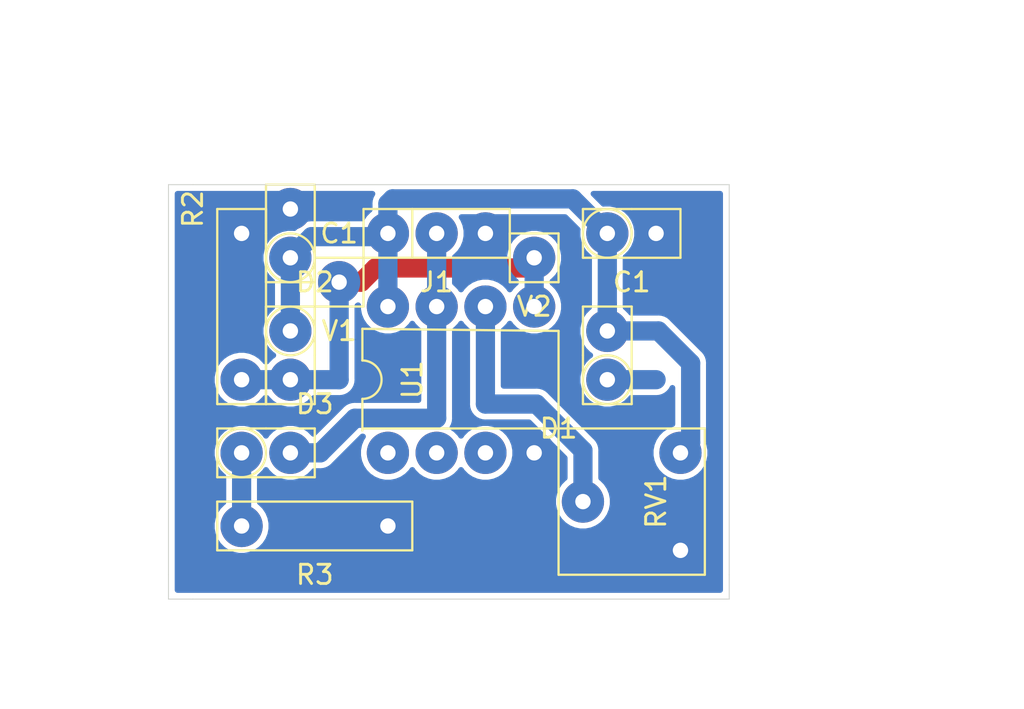
<source format=kicad_pcb>
(kicad_pcb (version 20171130) (host pcbnew "(5.1.6)-1")

  (general
    (thickness 1.6)
    (drawings 21)
    (tracks 36)
    (zones 0)
    (modules 12)
    (nets 8)
  )

  (page A4)
  (layers
    (0 F.Cu signal)
    (31 B.Cu signal)
    (32 B.Adhes user)
    (33 F.Adhes user)
    (34 B.Paste user)
    (35 F.Paste user)
    (36 B.SilkS user hide)
    (37 F.SilkS user hide)
    (38 B.Mask user)
    (39 F.Mask user)
    (40 Dwgs.User user)
    (41 Cmts.User user)
    (42 Eco1.User user)
    (43 Eco2.User user)
    (44 Edge.Cuts user)
    (45 Margin user)
    (46 B.CrtYd user)
    (47 F.CrtYd user)
    (48 B.Fab user hide)
    (49 F.Fab user hide)
  )

  (setup
    (last_trace_width 0.25)
    (user_trace_width 1)
    (user_trace_width 2)
    (trace_clearance 0.2)
    (zone_clearance 0.3)
    (zone_45_only no)
    (trace_min 0.2)
    (via_size 0.8)
    (via_drill 0.4)
    (via_min_size 0.4)
    (via_min_drill 0.3)
    (uvia_size 0.3)
    (uvia_drill 0.1)
    (uvias_allowed no)
    (uvia_min_size 0.2)
    (uvia_min_drill 0.1)
    (edge_width 0.05)
    (segment_width 0.2)
    (pcb_text_width 0.3)
    (pcb_text_size 1.5 1.5)
    (mod_edge_width 0.12)
    (mod_text_size 1 1)
    (mod_text_width 0.15)
    (pad_size 1.524 1.524)
    (pad_drill 0.762)
    (pad_to_mask_clearance 0.05)
    (aux_axis_origin 0 0)
    (visible_elements 7FFFFFFF)
    (pcbplotparams
      (layerselection 0x01000_fffffffe)
      (usegerberextensions false)
      (usegerberattributes true)
      (usegerberadvancedattributes true)
      (creategerberjobfile false)
      (excludeedgelayer true)
      (linewidth 0.100000)
      (plotframeref false)
      (viasonmask false)
      (mode 1)
      (useauxorigin false)
      (hpglpennumber 1)
      (hpglpenspeed 20)
      (hpglpendiameter 15.000000)
      (psnegative false)
      (psa4output false)
      (plotreference true)
      (plotvalue true)
      (plotinvisibletext false)
      (padsonsilk false)
      (subtractmaskfromsilk false)
      (outputformat 1)
      (mirror false)
      (drillshape 0)
      (scaleselection 1)
      (outputdirectory "plot/"))
  )

  (net 0 "")
  (net 1 "Net-(C1-Pad2)")
  (net 2 "Net-(C1-Pad1)")
  (net 3 "Net-(D1-Pad1)")
  (net 4 "Net-(D3-Pad2)")
  (net 5 "Net-(RV1-Pad2)")
  (net 6 "Net-(D3-Pad1)")
  (net 7 "Net-(D2-Pad2)")

  (net_class Default "This is the default net class."
    (clearance 0.2)
    (trace_width 0.25)
    (via_dia 0.8)
    (via_drill 0.4)
    (uvia_dia 0.3)
    (uvia_drill 0.1)
    (add_net "Net-(C1-Pad1)")
    (add_net "Net-(C1-Pad2)")
    (add_net "Net-(D1-Pad1)")
    (add_net "Net-(D2-Pad2)")
    (add_net "Net-(D3-Pad1)")
    (add_net "Net-(D3-Pad2)")
    (add_net "Net-(RV1-Pad2)")
  )

  (module cnc3018-PCB:myTrimPot (layer F.Cu) (tedit 6161BA4E) (tstamp 6161BC06)
    (at 24.13 -5.08 270)
    (descr "16-lead though-hole mounted DIP package, row spacing 7.62 mm (300 mils)")
    (tags "THT DIP DIL PDIP 2.54mm 7.62mm 300mil")
    (path /6161CD8F)
    (fp_text reference RV1 (at 0 -1.27 90) (layer F.SilkS)
      (effects (font (size 1 1) (thickness 0.15)))
    )
    (fp_text value 10K (at 0 0 90) (layer F.Fab)
      (effects (font (size 1 1) (thickness 0.15)))
    )
    (fp_line (start -3.81 3.81) (end -3.81 -3.81) (layer F.SilkS) (width 0.12))
    (fp_line (start 3.81 3.81) (end -3.81 3.81) (layer F.SilkS) (width 0.12))
    (fp_line (start 3.81 -3.81) (end 3.81 3.81) (layer F.SilkS) (width 0.12))
    (fp_line (start -3.81 -3.81) (end 3.81 -3.81) (layer F.SilkS) (width 0.12))
    (fp_text user %R (at 0 -1.27 90) (layer F.Fab)
      (effects (font (size 1 1) (thickness 0.15)))
    )
    (pad 1 thru_hole circle (at -2.54 -2.54 270) (size 2.2 2.2) (drill 0.8) (layers *.Cu *.Mask)
      (net 2 "Net-(C1-Pad1)"))
    (pad 2 thru_hole circle (at 0 2.54 270) (size 2.2 2.2) (drill 0.8) (layers *.Cu *.Mask)
      (net 5 "Net-(RV1-Pad2)"))
    (pad 3 thru_hole circle (at 2.54 -2.54 270) (size 2.2 2.2) (drill 0.8) (layers *.Cu *.Mask)
      (net 1 "Net-(C1-Pad2)"))
    (model ${KISYS3DMOD}/Package_DIP.3dshapes/DIP-16_W7.62mm.wrl
      (at (xyz 0 0 0))
      (scale (xyz 1 1 1))
      (rotate (xyz 0 0 0))
    )
  )

  (module cnc3018-PCB:my2pin (layer F.Cu) (tedit 612D2549) (tstamp 6161BBAB)
    (at 6.35 -17.78 90)
    (path /616D8B18)
    (fp_text reference C1 (at 1.27 2.54 180) (layer F.SilkS)
      (effects (font (size 1 1) (thickness 0.15)))
    )
    (fp_text value 100nf (at 0 2.54 180) (layer F.Fab)
      (effects (font (size 1 1) (thickness 0.15)))
    )
    (fp_line (start -1.27 -1.27) (end -1.27 1.27) (layer F.SilkS) (width 0.12))
    (fp_line (start -1.27 -1.27) (end 1.27 -1.27) (layer F.SilkS) (width 0.12))
    (fp_circle (center 0 0) (end 0 -1.27) (layer F.SilkS) (width 0.12))
    (fp_line (start -1.27 1.27) (end 3.81 1.27) (layer F.SilkS) (width 0.12))
    (fp_line (start 3.81 1.27) (end 3.81 -1.27) (layer F.SilkS) (width 0.12))
    (fp_line (start 3.81 -1.27) (end 1.27 -1.27) (layer F.SilkS) (width 0.12))
    (pad 2 thru_hole circle (at 2.54 0 90) (size 2.2 2.2) (drill 0.8) (layers *.Cu *.Mask)
      (net 1 "Net-(C1-Pad2)"))
    (pad 1 thru_hole circle (at 0 0 90) (size 2.2 2.2) (drill 0.8) (layers *.Cu *.Mask)
      (net 2 "Net-(C1-Pad1)"))
  )

  (module cnc3018-PCB:my2pin (layer F.Cu) (tedit 612D2549) (tstamp 6161BBB7)
    (at 22.86 -11.43 90)
    (path /6161AFC5)
    (fp_text reference D1 (at -2.54 -2.54 180) (layer F.SilkS)
      (effects (font (size 1 1) (thickness 0.15)))
    )
    (fp_text value "IR Emit" (at 1.27 -3.81 180) (layer F.Fab)
      (effects (font (size 1 1) (thickness 0.15)))
    )
    (fp_line (start 3.81 -1.27) (end 1.27 -1.27) (layer F.SilkS) (width 0.12))
    (fp_line (start 3.81 1.27) (end 3.81 -1.27) (layer F.SilkS) (width 0.12))
    (fp_line (start -1.27 1.27) (end 3.81 1.27) (layer F.SilkS) (width 0.12))
    (fp_circle (center 0 0) (end 0 -1.27) (layer F.SilkS) (width 0.12))
    (fp_line (start -1.27 -1.27) (end 1.27 -1.27) (layer F.SilkS) (width 0.12))
    (fp_line (start -1.27 -1.27) (end -1.27 1.27) (layer F.SilkS) (width 0.12))
    (pad 1 thru_hole circle (at 0 0 90) (size 2.2 2.2) (drill 0.8) (layers *.Cu *.Mask)
      (net 3 "Net-(D1-Pad1)"))
    (pad 2 thru_hole circle (at 2.54 0 90) (size 2.2 2.2) (drill 0.8) (layers *.Cu *.Mask)
      (net 2 "Net-(C1-Pad1)"))
  )

  (module cnc3018-PCB:my2pin (layer F.Cu) (tedit 612D2549) (tstamp 6161BBC3)
    (at 6.35 -13.97 270)
    (path /6161B5B7)
    (fp_text reference D2 (at -2.54 -1.27 180) (layer F.SilkS)
      (effects (font (size 1 1) (thickness 0.15)))
    )
    (fp_text value IR_Detect (at 1.27 -5.08 180) (layer F.Fab)
      (effects (font (size 1 1) (thickness 0.15)))
    )
    (fp_line (start 3.81 -1.27) (end 1.27 -1.27) (layer F.SilkS) (width 0.12))
    (fp_line (start 3.81 1.27) (end 3.81 -1.27) (layer F.SilkS) (width 0.12))
    (fp_line (start -1.27 1.27) (end 3.81 1.27) (layer F.SilkS) (width 0.12))
    (fp_circle (center 0 0) (end 0 -1.27) (layer F.SilkS) (width 0.12))
    (fp_line (start -1.27 -1.27) (end 1.27 -1.27) (layer F.SilkS) (width 0.12))
    (fp_line (start -1.27 -1.27) (end -1.27 1.27) (layer F.SilkS) (width 0.12))
    (pad 1 thru_hole circle (at 0 0 270) (size 2.2 2.2) (drill 0.8) (layers *.Cu *.Mask)
      (net 2 "Net-(C1-Pad1)"))
    (pad 2 thru_hole circle (at 2.54 0 270) (size 2.2 2.2) (drill 0.8) (layers *.Cu *.Mask)
      (net 7 "Net-(D2-Pad2)"))
  )

  (module cnc3018-PCB:my2pin (layer F.Cu) (tedit 612D2549) (tstamp 6161BBCF)
    (at 3.81 -7.62)
    (path /616972E4)
    (fp_text reference D3 (at 3.81 -2.54) (layer F.SilkS)
      (effects (font (size 1 1) (thickness 0.15)))
    )
    (fp_text value LED (at 1.27 -2.54) (layer F.Fab)
      (effects (font (size 1 1) (thickness 0.15)))
    )
    (fp_line (start -1.27 -1.27) (end -1.27 1.27) (layer F.SilkS) (width 0.12))
    (fp_line (start -1.27 -1.27) (end 1.27 -1.27) (layer F.SilkS) (width 0.12))
    (fp_circle (center 0 0) (end 0 -1.27) (layer F.SilkS) (width 0.12))
    (fp_line (start -1.27 1.27) (end 3.81 1.27) (layer F.SilkS) (width 0.12))
    (fp_line (start 3.81 1.27) (end 3.81 -1.27) (layer F.SilkS) (width 0.12))
    (fp_line (start 3.81 -1.27) (end 1.27 -1.27) (layer F.SilkS) (width 0.12))
    (pad 2 thru_hole circle (at 2.54 0) (size 2.2 2.2) (drill 0.8) (layers *.Cu *.Mask)
      (net 4 "Net-(D3-Pad2)"))
    (pad 1 thru_hole circle (at 0 0) (size 2.2 2.2) (drill 0.8) (layers *.Cu *.Mask)
      (net 6 "Net-(D3-Pad1)"))
  )

  (module cnc3018-PCB:myResistor (layer F.Cu) (tedit 612D2591) (tstamp 6161BBF0)
    (at 3.81 -19.05 270)
    (path /6161C310)
    (fp_text reference R2 (at -1.27 2.54 90) (layer F.SilkS)
      (effects (font (size 1 1) (thickness 0.15)))
    )
    (fp_text value 10K (at 3.81 0 90) (layer F.Fab)
      (effects (font (size 1 1) (thickness 0.15)))
    )
    (fp_line (start -1.27 1.27) (end 8.89 1.27) (layer F.SilkS) (width 0.12))
    (fp_line (start -1.27 -1.27) (end -1.27 1.27) (layer F.SilkS) (width 0.12))
    (fp_line (start 8.89 -1.27) (end -1.27 -1.27) (layer F.SilkS) (width 0.12))
    (fp_line (start 8.89 -1.27) (end 8.89 1.27) (layer F.SilkS) (width 0.12))
    (pad 2 thru_hole circle (at 7.62 0 270) (size 2.2 2.2) (drill 0.8) (layers *.Cu *.Mask)
      (net 7 "Net-(D2-Pad2)"))
    (pad 1 thru_hole circle (at 0 0 270) (size 2.2 2.2) (drill 0.8) (layers *.Cu *.Mask)
      (net 1 "Net-(C1-Pad2)"))
  )

  (module cnc3018-PCB:myResistor (layer F.Cu) (tedit 612D2591) (tstamp 6161BBFA)
    (at 11.43 -3.81 180)
    (path /616BC923)
    (fp_text reference R3 (at 3.81 -2.54) (layer F.SilkS)
      (effects (font (size 1 1) (thickness 0.15)))
    )
    (fp_text value 220 (at 3.81 0) (layer F.Fab)
      (effects (font (size 1 1) (thickness 0.15)))
    )
    (fp_line (start 8.89 -1.27) (end 8.89 1.27) (layer F.SilkS) (width 0.12))
    (fp_line (start 8.89 -1.27) (end -1.27 -1.27) (layer F.SilkS) (width 0.12))
    (fp_line (start -1.27 -1.27) (end -1.27 1.27) (layer F.SilkS) (width 0.12))
    (fp_line (start -1.27 1.27) (end 8.89 1.27) (layer F.SilkS) (width 0.12))
    (pad 1 thru_hole circle (at 0 0 180) (size 2.2 2.2) (drill 0.8) (layers *.Cu *.Mask)
      (net 1 "Net-(C1-Pad2)"))
    (pad 2 thru_hole circle (at 7.62 0 180) (size 2.2 2.2) (drill 0.8) (layers *.Cu *.Mask)
      (net 6 "Net-(D3-Pad1)"))
  )

  (module cnc3018-PCB:my1pin (layer F.Cu) (tedit 612C312C) (tstamp 6161C3EA)
    (at 8.89 -16.51)
    (path /616350AE)
    (fp_text reference V1 (at 0 2.54) (layer F.SilkS)
      (effects (font (size 1 1) (thickness 0.15)))
    )
    (fp_text value Conn_01x01 (at 0 -2.54) (layer F.Fab) hide
      (effects (font (size 1 1) (thickness 0.15)))
    )
    (fp_line (start 1.27 1.27) (end 1.27 -1.27) (layer F.SilkS) (width 0.12))
    (fp_line (start -1.27 1.27) (end 1.27 1.27) (layer F.SilkS) (width 0.12))
    (fp_line (start -1.27 -1.27) (end -1.27 1.27) (layer F.SilkS) (width 0.12))
    (fp_line (start -1.27 -1.27) (end 1.27 -1.27) (layer F.SilkS) (width 0.12))
    (pad 1 thru_hole circle (at 0 0) (size 2.2 2.2) (drill 0.8) (layers *.Cu *.Mask)
      (net 7 "Net-(D2-Pad2)"))
  )

  (module cnc3018-PCB:my1pin (layer F.Cu) (tedit 612C312C) (tstamp 6161C3F3)
    (at 19.05 -17.78)
    (path /61637B4D)
    (fp_text reference V2 (at 0 2.54) (layer F.SilkS)
      (effects (font (size 1 1) (thickness 0.15)))
    )
    (fp_text value Conn_01x01 (at 0 -2.54) (layer F.Fab) hide
      (effects (font (size 1 1) (thickness 0.15)))
    )
    (fp_line (start -1.27 -1.27) (end 1.27 -1.27) (layer F.SilkS) (width 0.12))
    (fp_line (start -1.27 -1.27) (end -1.27 1.27) (layer F.SilkS) (width 0.12))
    (fp_line (start -1.27 1.27) (end 1.27 1.27) (layer F.SilkS) (width 0.12))
    (fp_line (start 1.27 1.27) (end 1.27 -1.27) (layer F.SilkS) (width 0.12))
    (pad 1 thru_hole circle (at 0 0) (size 2.2 2.2) (drill 0.8) (layers *.Cu *.Mask)
      (net 7 "Net-(D2-Pad2)"))
  )

  (module cnc3018-PCB:my3pin (layer F.Cu) (tedit 612C3136) (tstamp 6161C949)
    (at 13.97 -19.05)
    (path /6161BBEF)
    (fp_text reference J1 (at 0 2.54) (layer F.SilkS)
      (effects (font (size 1 1) (thickness 0.15)))
    )
    (fp_text value Conn_01x03 (at 0 -3.81) (layer F.Fab)
      (effects (font (size 1 1) (thickness 0.15)))
    )
    (fp_line (start -3.81 -1.27) (end -3.81 1.27) (layer F.SilkS) (width 0.12))
    (fp_line (start -3.81 -1.27) (end -1.27 -1.27) (layer F.SilkS) (width 0.12))
    (fp_line (start -1.27 -1.27) (end -1.27 1.27) (layer F.SilkS) (width 0.12))
    (fp_line (start 3.81 1.27) (end 3.81 -1.27) (layer F.SilkS) (width 0.12))
    (fp_line (start -3.81 1.27) (end 3.81 1.27) (layer F.SilkS) (width 0.12))
    (fp_line (start -1.27 -1.27) (end 3.81 -1.27) (layer F.SilkS) (width 0.12))
    (pad 1 thru_hole circle (at -2.54 0) (size 2.2 2.2) (drill 0.8) (layers *.Cu *.Mask)
      (net 2 "Net-(C1-Pad1)"))
    (pad 2 thru_hole circle (at 0 0) (size 2.2 2.2) (drill 0.8) (layers *.Cu *.Mask)
      (net 4 "Net-(D3-Pad2)"))
    (pad 3 thru_hole circle (at 2.54 0) (size 2.2 2.2) (drill 0.8) (layers *.Cu *.Mask)
      (net 1 "Net-(C1-Pad2)"))
  )

  (module cnc3018-PCB:myDip8 (layer F.Cu) (tedit 6161B8EC) (tstamp 61621C10)
    (at 11.43 -7.62 90)
    (descr "16-lead though-hole mounted DIP package, row spacing 7.62 mm (300 mils)")
    (tags "THT DIP DIL PDIP 2.54mm 7.62mm 300mil")
    (path /6166B823)
    (fp_text reference U1 (at 3.81 1.27 90) (layer F.SilkS)
      (effects (font (size 1 1) (thickness 0.15)))
    )
    (fp_text value LM393 (at 3.81 20.11 90) (layer F.Fab)
      (effects (font (size 1 1) (thickness 0.15)))
    )
    (fp_line (start 6.46 -1.33) (end 4.81 -1.33) (layer F.SilkS) (width 0.12))
    (fp_line (start 2.81 -1.33) (end 1.16 -1.33) (layer F.SilkS) (width 0.12))
    (fp_line (start 1.27 -1.27) (end 1.27 8.89) (layer F.SilkS) (width 0.12))
    (fp_line (start 1.27 8.89) (end 6.35 8.89) (layer F.SilkS) (width 0.12))
    (fp_line (start 6.35 8.89) (end 6.46 -1.33) (layer F.SilkS) (width 0.12))
    (fp_arc (start 3.81 -1.33) (end 2.81 -1.33) (angle -180) (layer F.SilkS) (width 0.12))
    (fp_text user %R (at 3.81 3.81 90) (layer F.Fab)
      (effects (font (size 1 1) (thickness 0.15)))
    )
    (pad 1 thru_hole circle (at 0 0 90) (size 2.2 2.2) (drill 0.8) (layers *.Cu *.Mask))
    (pad 2 thru_hole circle (at 0 2.54 90) (size 2.2 2.2) (drill 0.8) (layers *.Cu *.Mask))
    (pad 3 thru_hole circle (at 0 5.08 90) (size 2.2 2.2) (drill 0.8) (layers *.Cu *.Mask))
    (pad 4 thru_hole circle (at 0 7.62 90) (size 2.2 2.2) (drill 0.8) (layers *.Cu *.Mask)
      (net 1 "Net-(C1-Pad2)"))
    (pad 5 thru_hole circle (at 7.62 7.62 90) (size 2.2 2.2) (drill 0.8) (layers *.Cu *.Mask)
      (net 7 "Net-(D2-Pad2)"))
    (pad 6 thru_hole circle (at 7.62 5.08 90) (size 2.2 2.2) (drill 0.8) (layers *.Cu *.Mask)
      (net 5 "Net-(RV1-Pad2)"))
    (pad 7 thru_hole circle (at 7.62 2.54 90) (size 2.2 2.2) (drill 0.8) (layers *.Cu *.Mask)
      (net 4 "Net-(D3-Pad2)"))
    (pad 8 thru_hole circle (at 7.62 0 90) (size 2.2 2.2) (drill 0.8) (layers *.Cu *.Mask)
      (net 2 "Net-(C1-Pad1)"))
    (model ${KISYS3DMOD}/Package_DIP.3dshapes/DIP-16_W7.62mm.wrl
      (at (xyz 0 0 0))
      (scale (xyz 1 1 1))
      (rotate (xyz 0 0 0))
    )
  )

  (module cnc3018-PCB:my2pin (layer F.Cu) (tedit 612D2549) (tstamp 616B1B5D)
    (at 22.86 -19.05)
    (path /6167CA95)
    (fp_text reference C1 (at 1.27 2.54) (layer F.SilkS)
      (effects (font (size 1 1) (thickness 0.15)))
    )
    (fp_text value 100nf (at 1.27 -2.54) (layer F.Fab)
      (effects (font (size 1 1) (thickness 0.15)))
    )
    (fp_line (start 3.81 -1.27) (end 1.27 -1.27) (layer F.SilkS) (width 0.12))
    (fp_line (start 3.81 1.27) (end 3.81 -1.27) (layer F.SilkS) (width 0.12))
    (fp_line (start -1.27 1.27) (end 3.81 1.27) (layer F.SilkS) (width 0.12))
    (fp_circle (center 0 0) (end 0 -1.27) (layer F.SilkS) (width 0.12))
    (fp_line (start -1.27 -1.27) (end 1.27 -1.27) (layer F.SilkS) (width 0.12))
    (fp_line (start -1.27 -1.27) (end -1.27 1.27) (layer F.SilkS) (width 0.12))
    (pad 1 thru_hole circle (at 0 0) (size 2.2 2.2) (drill 0.8) (layers *.Cu *.Mask)
      (net 2 "Net-(C1-Pad1)"))
    (pad 2 thru_hole circle (at 2.54 0) (size 2.2 2.2) (drill 0.8) (layers *.Cu *.Mask)
      (net 1 "Net-(C1-Pad2)"))
  )

  (dimension 5.08 (width 0.15) (layer Cmts.User)
    (gr_text "5.080 mm" (at 2.54 3.84) (layer Cmts.User)
      (effects (font (size 1 1) (thickness 0.15)))
    )
    (feature1 (pts (xy 0 -7.62) (xy 0 3.126421)))
    (feature2 (pts (xy 5.08 -7.62) (xy 5.08 3.126421)))
    (crossbar (pts (xy 5.08 2.54) (xy 0 2.54)))
    (arrow1a (pts (xy 0 2.54) (xy 1.126504 1.953579)))
    (arrow1b (pts (xy 0 2.54) (xy 1.126504 3.126421)))
    (arrow2a (pts (xy 5.08 2.54) (xy 3.953496 1.953579)))
    (arrow2b (pts (xy 5.08 2.54) (xy 3.953496 3.126421)))
  )
  (dimension 7.62 (width 0.15) (layer Cmts.User)
    (gr_text "7.620 mm" (at -5.11 -3.81 270) (layer Cmts.User)
      (effects (font (size 1 1) (thickness 0.15)))
    )
    (feature1 (pts (xy 5.08 0) (xy -4.396421 0)))
    (feature2 (pts (xy 5.08 -7.62) (xy -4.396421 -7.62)))
    (crossbar (pts (xy -3.81 -7.62) (xy -3.81 0)))
    (arrow1a (pts (xy -3.81 0) (xy -4.396421 -1.126504)))
    (arrow1b (pts (xy -3.81 0) (xy -3.223579 -1.126504)))
    (arrow2a (pts (xy -3.81 -7.62) (xy -4.396421 -6.493496)))
    (arrow2b (pts (xy -3.81 -7.62) (xy -3.223579 -6.493496)))
  )
  (dimension 10.16 (width 0.15) (layer Cmts.User)
    (gr_text "10.160 mm" (at 24.13 2.57) (layer Cmts.User)
      (effects (font (size 1 1) (thickness 0.15)))
    )
    (feature1 (pts (xy 19.05 0) (xy 19.05 1.856421)))
    (feature2 (pts (xy 29.21 0) (xy 29.21 1.856421)))
    (crossbar (pts (xy 29.21 1.27) (xy 19.05 1.27)))
    (arrow1a (pts (xy 19.05 1.27) (xy 20.176504 0.683579)))
    (arrow1b (pts (xy 19.05 1.27) (xy 20.176504 1.856421)))
    (arrow2a (pts (xy 29.21 1.27) (xy 28.083496 0.683579)))
    (arrow2b (pts (xy 29.21 1.27) (xy 28.083496 1.856421)))
  )
  (dimension 7.62 (width 0.15) (layer Cmts.User)
    (gr_text "7.620 mm" (at 31.78 -5.08 270) (layer Cmts.User)
      (effects (font (size 1 1) (thickness 0.15)))
    )
    (feature1 (pts (xy 27.94 -1.27) (xy 31.066421 -1.27)))
    (feature2 (pts (xy 27.94 -8.89) (xy 31.066421 -8.89)))
    (crossbar (pts (xy 30.48 -8.89) (xy 30.48 -1.27)))
    (arrow1a (pts (xy 30.48 -1.27) (xy 29.893579 -2.396504)))
    (arrow1b (pts (xy 30.48 -1.27) (xy 31.066421 -2.396504)))
    (arrow2a (pts (xy 30.48 -8.89) (xy 29.893579 -7.763496)))
    (arrow2b (pts (xy 30.48 -8.89) (xy 31.066421 -7.763496)))
  )
  (dimension 5.08 (width 0.15) (layer Cmts.User)
    (gr_text "5.080 mm" (at -5.11 -19.05 90) (layer Cmts.User)
      (effects (font (size 1 1) (thickness 0.15)))
    )
    (feature1 (pts (xy 10.16 -21.59) (xy -4.396421 -21.59)))
    (feature2 (pts (xy 10.16 -16.51) (xy -4.396421 -16.51)))
    (crossbar (pts (xy -3.81 -16.51) (xy -3.81 -21.59)))
    (arrow1a (pts (xy -3.81 -21.59) (xy -3.223579 -20.463496)))
    (arrow1b (pts (xy -3.81 -21.59) (xy -4.396421 -20.463496)))
    (arrow2a (pts (xy -3.81 -16.51) (xy -3.223579 -17.636504)))
    (arrow2b (pts (xy -3.81 -16.51) (xy -4.396421 -17.636504)))
  )
  (dimension 10.16 (width 0.15) (layer Cmts.User)
    (gr_text "10.160 mm" (at 13.969999 -30.509999 5.639348377e-06) (layer Cmts.User)
      (effects (font (size 1 1) (thickness 0.15)))
    )
    (feature1 (pts (xy 19.05 -22.86) (xy 19.049999 -29.796421)))
    (feature2 (pts (xy 8.89 -22.859999) (xy 8.889999 -29.79642)))
    (crossbar (pts (xy 8.889999 -29.209999) (xy 19.049999 -29.21)))
    (arrow1a (pts (xy 19.049999 -29.21) (xy 17.923495 -28.623579)))
    (arrow1b (pts (xy 19.049999 -29.21) (xy 17.923495 -29.796421)))
    (arrow2a (pts (xy 8.889999 -29.209999) (xy 10.016503 -28.623578)))
    (arrow2b (pts (xy 8.889999 -29.209999) (xy 10.016503 -29.79642)))
  )
  (dimension 8.89 (width 0.15) (layer Cmts.User)
    (gr_text "8.890 mm" (at 4.445 -24.159999) (layer Cmts.User)
      (effects (font (size 1 1) (thickness 0.15)))
    )
    (feature1 (pts (xy 0 -21.59) (xy 0 -23.44642)))
    (feature2 (pts (xy 8.89 -21.59) (xy 8.89 -23.44642)))
    (crossbar (pts (xy 8.89 -22.859999) (xy 0 -22.859999)))
    (arrow1a (pts (xy 0 -22.859999) (xy 1.126504 -23.44642)))
    (arrow1b (pts (xy 0 -22.859999) (xy 1.126504 -22.273578)))
    (arrow2a (pts (xy 8.89 -22.859999) (xy 7.763496 -23.44642)))
    (arrow2b (pts (xy 8.89 -22.859999) (xy 7.763496 -22.273578)))
  )
  (dimension 13.97 (width 0.15) (layer Cmts.User)
    (gr_text "13.970 mm" (at 43.21 -6.985 270) (layer Cmts.User)
      (effects (font (size 1 1) (thickness 0.15)))
    )
    (feature1 (pts (xy 22.86 0) (xy 42.496421 0)))
    (feature2 (pts (xy 22.86 -13.97) (xy 42.496421 -13.97)))
    (crossbar (pts (xy 41.91 -13.97) (xy 41.91 0)))
    (arrow1a (pts (xy 41.91 0) (xy 41.323579 -1.126504)))
    (arrow1b (pts (xy 41.91 0) (xy 42.496421 -1.126504)))
    (arrow2a (pts (xy 41.91 -13.97) (xy 41.323579 -12.843496)))
    (arrow2b (pts (xy 41.91 -13.97) (xy 42.496421 -12.843496)))
  )
  (dimension 6.35 (width 0.15) (layer Cmts.User)
    (gr_text "6.350 mm" (at 3.175 6.38) (layer Cmts.User)
      (effects (font (size 1 1) (thickness 0.15)))
    )
    (feature1 (pts (xy 0 -11.43) (xy 0 5.666421)))
    (feature2 (pts (xy 6.35 -11.43) (xy 6.35 5.666421)))
    (crossbar (pts (xy 6.35 5.08) (xy 0 5.08)))
    (arrow1a (pts (xy 0 5.08) (xy 1.126504 4.493579)))
    (arrow1b (pts (xy 0 5.08) (xy 1.126504 5.666421)))
    (arrow2a (pts (xy 6.35 5.08) (xy 5.223496 4.493579)))
    (arrow2b (pts (xy 6.35 5.08) (xy 5.223496 5.666421)))
  )
  (dimension 7.62 (width 0.15) (layer Cmts.User)
    (gr_text "7.620 mm" (at 43.21 -17.78 90) (layer Cmts.User)
      (effects (font (size 1 1) (thickness 0.15)))
    )
    (feature1 (pts (xy 22.86 -21.59) (xy 42.496421 -21.59)))
    (feature2 (pts (xy 22.86 -13.97) (xy 42.496421 -13.97)))
    (crossbar (pts (xy 41.91 -13.97) (xy 41.91 -21.59)))
    (arrow1a (pts (xy 41.91 -21.59) (xy 42.496421 -20.463496)))
    (arrow1b (pts (xy 41.91 -21.59) (xy 41.323579 -20.463496)))
    (arrow2a (pts (xy 41.91 -13.97) (xy 42.496421 -15.096504)))
    (arrow2b (pts (xy 41.91 -13.97) (xy 41.323579 -15.096504)))
  )
  (gr_line (start 29.21 -1.27) (end 29.21 0) (layer Edge.Cuts) (width 0.05) (tstamp 61623E59))
  (gr_line (start 1.27 0) (end 0 0) (layer Edge.Cuts) (width 0.05) (tstamp 61623E51))
  (gr_line (start 0 -1.27) (end 0 0) (layer Edge.Cuts) (width 0.05))
  (gr_line (start 1.27 -21.59) (end 0 -21.59) (layer Edge.Cuts) (width 0.05) (tstamp 61623E25))
  (gr_line (start 0 -1.27) (end 0 -21.59) (layer Edge.Cuts) (width 0.05) (tstamp 616225F9))
  (gr_line (start 29.21 0) (end 1.27 0) (layer Edge.Cuts) (width 0.05))
  (gr_line (start 29.21 -21.59) (end 29.21 -1.27) (layer Edge.Cuts) (width 0.05))
  (gr_line (start 1.27 -21.59) (end 29.21 -21.59) (layer Edge.Cuts) (width 0.05))
  (dimension 16.51 (width 0.15) (layer Cmts.User)
    (gr_text "16.510 mm" (at 14.605 6.38) (layer Cmts.User)
      (effects (font (size 1 1) (thickness 0.15)))
    )
    (feature1 (pts (xy 22.86 -11.43) (xy 22.86 5.666421)))
    (feature2 (pts (xy 6.35 -11.43) (xy 6.35 5.666421)))
    (crossbar (pts (xy 6.35 5.08) (xy 22.86 5.08)))
    (arrow1a (pts (xy 22.86 5.08) (xy 21.733496 5.666421)))
    (arrow1b (pts (xy 22.86 5.08) (xy 21.733496 4.493579)))
    (arrow2a (pts (xy 6.35 5.08) (xy 7.476504 5.666421)))
    (arrow2b (pts (xy 6.35 5.08) (xy 7.476504 4.493579)))
  )
  (dimension 29.21 (width 0.15) (layer Cmts.User)
    (gr_text "29.210 mm" (at 14.605 -26.7) (layer Cmts.User)
      (effects (font (size 1 1) (thickness 0.15)))
    )
    (feature1 (pts (xy 0 -21.590001) (xy 0 -25.986421)))
    (feature2 (pts (xy 29.21 -21.590001) (xy 29.21 -25.986421)))
    (crossbar (pts (xy 29.21 -25.4) (xy 0 -25.4)))
    (arrow1a (pts (xy 0 -25.4) (xy 1.126504 -25.986421)))
    (arrow1b (pts (xy 0 -25.4) (xy 1.126504 -24.813579)))
    (arrow2a (pts (xy 29.21 -25.4) (xy 28.083496 -25.986421)))
    (arrow2b (pts (xy 29.21 -25.4) (xy 28.083496 -24.813579)))
  )
  (dimension 21.59 (width 0.15) (layer Cmts.User)
    (gr_text "21.590 mm" (at 35.59 -10.795 270) (layer Cmts.User)
      (effects (font (size 1 1) (thickness 0.15)))
    )
    (feature1 (pts (xy 29.21 0) (xy 34.876421 0)))
    (feature2 (pts (xy 29.21 -21.59) (xy 34.876421 -21.59)))
    (crossbar (pts (xy 34.29 -21.59) (xy 34.29 0)))
    (arrow1a (pts (xy 34.29 0) (xy 33.703579 -1.126504)))
    (arrow1b (pts (xy 34.29 0) (xy 34.876421 -1.126504)))
    (arrow2a (pts (xy 34.29 -21.59) (xy 33.703579 -20.463496)))
    (arrow2b (pts (xy 34.29 -21.59) (xy 34.876421 -20.463496)))
  )

  (segment (start 27.200001 -8.150001) (end 26.67 -7.62) (width 1) (layer B.Cu) (net 2))
  (segment (start 25.524002 -13.97) (end 27.200001 -12.294001) (width 1) (layer B.Cu) (net 2))
  (segment (start 27.200001 -12.294001) (end 27.200001 -8.150001) (width 1) (layer B.Cu) (net 2))
  (segment (start 22.86 -13.97) (end 25.524002 -13.97) (width 1) (layer B.Cu) (net 2))
  (segment (start 6.35 -13.97) (end 6.35 -15.24) (width 1) (layer B.Cu) (net 2))
  (segment (start 6.35 -15.24) (end 6.35 -17.78) (width 1) (layer B.Cu) (net 2))
  (segment (start 22.86 -15.364002) (end 22.86 -13.97) (width 1) (layer B.Cu) (net 2))
  (segment (start 11.43 -19.05) (end 11.43 -15.24) (width 1) (layer B.Cu) (net 2))
  (segment (start 22.86 -19.05) (end 22.86 -13.97) (width 1) (layer B.Cu) (net 2))
  (segment (start 21.059999 -20.850001) (end 22.86 -19.05) (width 1) (layer B.Cu) (net 2))
  (segment (start 11.43 -19.05) (end 11.43 -20.605634) (width 1) (layer B.Cu) (net 2))
  (segment (start 11.674367 -20.850001) (end 21.059999 -20.850001) (width 1) (layer B.Cu) (net 2))
  (segment (start 11.43 -20.605634) (end 11.674367 -20.850001) (width 1) (layer B.Cu) (net 2))
  (segment (start 11.259999 -18.879999) (end 11.43 -19.05) (width 1) (layer B.Cu) (net 2))
  (segment (start 7.449999 -18.879999) (end 11.259999 -18.879999) (width 1) (layer B.Cu) (net 2))
  (segment (start 6.35 -17.78) (end 7.449999 -18.879999) (width 1) (layer B.Cu) (net 2))
  (segment (start 22.86 -11.43) (end 25.4 -11.43) (width 1) (layer B.Cu) (net 3))
  (segment (start 3.81 -3.81) (end 3.81 -7.62) (width 1) (layer B.Cu) (net 6))
  (segment (start 21.59 -7.744002) (end 19.174002 -10.16) (width 1) (layer B.Cu) (net 5))
  (segment (start 21.59 -5.08) (end 21.59 -7.744002) (width 1) (layer B.Cu) (net 5))
  (segment (start 19.174002 -10.16) (end 16.51 -10.16) (width 1) (layer B.Cu) (net 5))
  (segment (start 16.51 -10.16) (end 16.51 -15.24) (width 1) (layer B.Cu) (net 5))
  (segment (start 13.97 -18.925998) (end 13.97 -19.05) (width 1) (layer B.Cu) (net 4))
  (segment (start 13.97 -9.420001) (end 13.97 -15.24) (width 1) (layer B.Cu) (net 4))
  (segment (start 9.705635 -9.420001) (end 13.97 -9.420001) (width 1) (layer B.Cu) (net 4))
  (segment (start 6.35 -7.62) (end 7.905634 -7.62) (width 1) (layer B.Cu) (net 4))
  (segment (start 7.905634 -7.62) (end 9.705635 -9.420001) (width 1) (layer B.Cu) (net 4))
  (segment (start 13.97 -19.05) (end 13.97 -15.24) (width 1) (layer B.Cu) (net 4))
  (segment (start 3.81 -11.43) (end 6.35 -11.43) (width 1) (layer B.Cu) (net 7))
  (segment (start 6.35 -11.43) (end 8.89 -11.43) (width 1) (layer B.Cu) (net 7))
  (segment (start 8.89 -11.43) (end 8.89 -16.51) (width 1) (layer B.Cu) (net 7))
  (segment (start 19.05 -17.78) (end 19.05 -15.24) (width 1) (layer B.Cu) (net 7))
  (segment (start 18.519999 -17.249999) (end 19.05 -17.78) (width 1) (layer F.Cu) (net 7))
  (segment (start 10.775997 -17.249999) (end 18.519999 -17.249999) (width 1) (layer F.Cu) (net 7))
  (segment (start 10.035998 -16.51) (end 10.775997 -17.249999) (width 1) (layer F.Cu) (net 7))
  (segment (start 8.89 -16.51) (end 10.035998 -16.51) (width 1) (layer F.Cu) (net 7))

  (zone (net 1) (net_name "Net-(C1-Pad2)") (layer B.Cu) (tstamp 61623E83) (hatch edge 0.508)
    (connect_pads yes (clearance 0.3))
    (min_thickness 0.3)
    (fill yes (arc_segments 32) (thermal_gap 0.508) (thermal_bridge_width 0.508))
    (polygon
      (pts
        (xy 29.21 0) (xy 0 0) (xy 0 -21.59) (xy 29.21 -21.59)
      )
    )
    (filled_polygon
      (pts
        (xy 10.548069 -20.970942) (xy 10.493747 -20.791866) (xy 10.475405 -20.605634) (xy 10.480001 -20.55897) (xy 10.480001 -20.279401)
        (xy 10.441932 -20.253964) (xy 10.226036 -20.038068) (xy 10.08701 -19.829999) (xy 7.496656 -19.829999) (xy 7.449999 -19.834594)
        (xy 7.403342 -19.829999) (xy 7.403334 -19.829999) (xy 7.279719 -19.817824) (xy 7.263766 -19.816253) (xy 7.158102 -19.7842)
        (xy 7.084691 -19.761931) (xy 6.919654 -19.673717) (xy 6.774998 -19.555) (xy 6.745251 -19.518753) (xy 6.547566 -19.321068)
        (xy 6.502662 -19.33) (xy 6.197338 -19.33) (xy 5.897882 -19.270435) (xy 5.6158 -19.153592) (xy 5.361932 -18.983964)
        (xy 5.146036 -18.768068) (xy 4.976408 -18.5142) (xy 4.859565 -18.232118) (xy 4.8 -17.932662) (xy 4.8 -17.627338)
        (xy 4.859565 -17.327882) (xy 4.976408 -17.0458) (xy 5.146036 -16.791932) (xy 5.361932 -16.576036) (xy 5.400001 -16.5506)
        (xy 5.4 -15.1994) (xy 5.361932 -15.173964) (xy 5.146036 -14.958068) (xy 4.976408 -14.7042) (xy 4.859565 -14.422118)
        (xy 4.8 -14.122662) (xy 4.8 -13.817338) (xy 4.859565 -13.517882) (xy 4.976408 -13.2358) (xy 5.146036 -12.981932)
        (xy 5.361932 -12.766036) (xy 5.460763 -12.7) (xy 5.361932 -12.633964) (xy 5.146036 -12.418068) (xy 5.1206 -12.38)
        (xy 5.0394 -12.38) (xy 5.013964 -12.418068) (xy 4.798068 -12.633964) (xy 4.5442 -12.803592) (xy 4.262118 -12.920435)
        (xy 3.962662 -12.98) (xy 3.657338 -12.98) (xy 3.357882 -12.920435) (xy 3.0758 -12.803592) (xy 2.821932 -12.633964)
        (xy 2.606036 -12.418068) (xy 2.436408 -12.1642) (xy 2.319565 -11.882118) (xy 2.26 -11.582662) (xy 2.26 -11.277338)
        (xy 2.319565 -10.977882) (xy 2.436408 -10.6958) (xy 2.606036 -10.441932) (xy 2.821932 -10.226036) (xy 3.0758 -10.056408)
        (xy 3.357882 -9.939565) (xy 3.657338 -9.88) (xy 3.962662 -9.88) (xy 4.262118 -9.939565) (xy 4.5442 -10.056408)
        (xy 4.798068 -10.226036) (xy 5.013964 -10.441932) (xy 5.0394 -10.48) (xy 5.1206 -10.48) (xy 5.146036 -10.441932)
        (xy 5.361932 -10.226036) (xy 5.6158 -10.056408) (xy 5.897882 -9.939565) (xy 6.197338 -9.88) (xy 6.502662 -9.88)
        (xy 6.802118 -9.939565) (xy 7.0842 -10.056408) (xy 7.338068 -10.226036) (xy 7.553964 -10.441932) (xy 7.5794 -10.48)
        (xy 8.843335 -10.48) (xy 8.89 -10.475404) (xy 8.936664 -10.48) (xy 8.936665 -10.48) (xy 9.076232 -10.493746)
        (xy 9.255308 -10.548068) (xy 9.420345 -10.636282) (xy 9.565001 -10.754999) (xy 9.683718 -10.899655) (xy 9.771932 -11.064692)
        (xy 9.826254 -11.243768) (xy 9.844596 -11.43) (xy 9.84 -11.476665) (xy 9.84 -15.2806) (xy 9.878068 -15.306036)
        (xy 9.88 -15.307968) (xy 9.88 -15.087338) (xy 9.939565 -14.787882) (xy 10.056408 -14.5058) (xy 10.226036 -14.251932)
        (xy 10.441932 -14.036036) (xy 10.6958 -13.866408) (xy 10.977882 -13.749565) (xy 11.277338 -13.69) (xy 11.582662 -13.69)
        (xy 11.882118 -13.749565) (xy 12.1642 -13.866408) (xy 12.418068 -14.036036) (xy 12.633964 -14.251932) (xy 12.7 -14.350763)
        (xy 12.766036 -14.251932) (xy 12.981932 -14.036036) (xy 13.020001 -14.010599) (xy 13.02 -10.370001) (xy 9.752292 -10.370001)
        (xy 9.705635 -10.374596) (xy 9.658978 -10.370001) (xy 9.65897 -10.370001) (xy 9.535355 -10.357826) (xy 9.519402 -10.356255)
        (xy 9.46508 -10.339776) (xy 9.340327 -10.301933) (xy 9.17529 -10.213719) (xy 9.175288 -10.213718) (xy 9.175289 -10.213718)
        (xy 9.06688 -10.124749) (xy 9.066877 -10.124746) (xy 9.030634 -10.095002) (xy 9.000889 -10.058758) (xy 7.552082 -8.60995)
        (xy 7.338068 -8.823964) (xy 7.0842 -8.993592) (xy 6.802118 -9.110435) (xy 6.502662 -9.17) (xy 6.197338 -9.17)
        (xy 5.897882 -9.110435) (xy 5.6158 -8.993592) (xy 5.361932 -8.823964) (xy 5.146036 -8.608068) (xy 5.08 -8.509237)
        (xy 5.013964 -8.608068) (xy 4.798068 -8.823964) (xy 4.5442 -8.993592) (xy 4.262118 -9.110435) (xy 3.962662 -9.17)
        (xy 3.657338 -9.17) (xy 3.357882 -9.110435) (xy 3.0758 -8.993592) (xy 2.821932 -8.823964) (xy 2.606036 -8.608068)
        (xy 2.436408 -8.3542) (xy 2.319565 -8.072118) (xy 2.26 -7.772662) (xy 2.26 -7.467338) (xy 2.319565 -7.167882)
        (xy 2.436408 -6.8858) (xy 2.606036 -6.631932) (xy 2.821932 -6.416036) (xy 2.860001 -6.3906) (xy 2.86 -5.0394)
        (xy 2.821932 -5.013964) (xy 2.606036 -4.798068) (xy 2.436408 -4.5442) (xy 2.319565 -4.262118) (xy 2.26 -3.962662)
        (xy 2.26 -3.657338) (xy 2.319565 -3.357882) (xy 2.436408 -3.0758) (xy 2.606036 -2.821932) (xy 2.821932 -2.606036)
        (xy 3.0758 -2.436408) (xy 3.357882 -2.319565) (xy 3.657338 -2.26) (xy 3.962662 -2.26) (xy 4.262118 -2.319565)
        (xy 4.5442 -2.436408) (xy 4.798068 -2.606036) (xy 5.013964 -2.821932) (xy 5.183592 -3.0758) (xy 5.300435 -3.357882)
        (xy 5.36 -3.657338) (xy 5.36 -3.962662) (xy 5.300435 -4.262118) (xy 5.183592 -4.5442) (xy 5.013964 -4.798068)
        (xy 4.798068 -5.013964) (xy 4.76 -5.0394) (xy 4.76 -6.3906) (xy 4.798068 -6.416036) (xy 5.013964 -6.631932)
        (xy 5.08 -6.730763) (xy 5.146036 -6.631932) (xy 5.361932 -6.416036) (xy 5.6158 -6.246408) (xy 5.897882 -6.129565)
        (xy 6.197338 -6.07) (xy 6.502662 -6.07) (xy 6.802118 -6.129565) (xy 7.0842 -6.246408) (xy 7.338068 -6.416036)
        (xy 7.553964 -6.631932) (xy 7.5794 -6.67) (xy 7.85898 -6.67) (xy 7.905634 -6.665405) (xy 7.952288 -6.67)
        (xy 7.952299 -6.67) (xy 8.091866 -6.683746) (xy 8.270942 -6.738068) (xy 8.435979 -6.826282) (xy 8.580635 -6.944999)
        (xy 8.610384 -6.981248) (xy 10.099138 -8.470001) (xy 10.133783 -8.470001) (xy 10.056408 -8.3542) (xy 9.939565 -8.072118)
        (xy 9.88 -7.772662) (xy 9.88 -7.467338) (xy 9.939565 -7.167882) (xy 10.056408 -6.8858) (xy 10.226036 -6.631932)
        (xy 10.441932 -6.416036) (xy 10.6958 -6.246408) (xy 10.977882 -6.129565) (xy 11.277338 -6.07) (xy 11.582662 -6.07)
        (xy 11.882118 -6.129565) (xy 12.1642 -6.246408) (xy 12.418068 -6.416036) (xy 12.633964 -6.631932) (xy 12.7 -6.730763)
        (xy 12.766036 -6.631932) (xy 12.981932 -6.416036) (xy 13.2358 -6.246408) (xy 13.517882 -6.129565) (xy 13.817338 -6.07)
        (xy 14.122662 -6.07) (xy 14.422118 -6.129565) (xy 14.7042 -6.246408) (xy 14.958068 -6.416036) (xy 15.173964 -6.631932)
        (xy 15.24 -6.730763) (xy 15.306036 -6.631932) (xy 15.521932 -6.416036) (xy 15.7758 -6.246408) (xy 16.057882 -6.129565)
        (xy 16.357338 -6.07) (xy 16.662662 -6.07) (xy 16.962118 -6.129565) (xy 17.2442 -6.246408) (xy 17.498068 -6.416036)
        (xy 17.713964 -6.631932) (xy 17.883592 -6.8858) (xy 18.000435 -7.167882) (xy 18.06 -7.467338) (xy 18.06 -7.772662)
        (xy 18.000435 -8.072118) (xy 17.883592 -8.3542) (xy 17.713964 -8.608068) (xy 17.498068 -8.823964) (xy 17.2442 -8.993592)
        (xy 16.962118 -9.110435) (xy 16.662662 -9.17) (xy 16.357338 -9.17) (xy 16.057882 -9.110435) (xy 15.7758 -8.993592)
        (xy 15.521932 -8.823964) (xy 15.306036 -8.608068) (xy 15.24 -8.509237) (xy 15.173964 -8.608068) (xy 14.958068 -8.823964)
        (xy 14.78899 -8.936937) (xy 14.851932 -9.054693) (xy 14.906254 -9.233769) (xy 14.924596 -9.420001) (xy 14.92 -9.466666)
        (xy 14.92 -14.0106) (xy 14.958068 -14.036036) (xy 15.173964 -14.251932) (xy 15.24 -14.350763) (xy 15.306036 -14.251932)
        (xy 15.521932 -14.036036) (xy 15.560001 -14.010599) (xy 15.56 -10.206665) (xy 15.555404 -10.16) (xy 15.573746 -9.973768)
        (xy 15.628068 -9.794692) (xy 15.716282 -9.629655) (xy 15.834999 -9.484999) (xy 15.979655 -9.366282) (xy 16.144692 -9.278068)
        (xy 16.323768 -9.223746) (xy 16.51 -9.205404) (xy 16.556664 -9.21) (xy 18.7805 -9.21) (xy 20.640001 -7.350498)
        (xy 20.64 -6.3094) (xy 20.601932 -6.283964) (xy 20.386036 -6.068068) (xy 20.216408 -5.8142) (xy 20.099565 -5.532118)
        (xy 20.04 -5.232662) (xy 20.04 -4.927338) (xy 20.099565 -4.627882) (xy 20.216408 -4.3458) (xy 20.386036 -4.091932)
        (xy 20.601932 -3.876036) (xy 20.8558 -3.706408) (xy 21.137882 -3.589565) (xy 21.437338 -3.53) (xy 21.742662 -3.53)
        (xy 22.042118 -3.589565) (xy 22.3242 -3.706408) (xy 22.578068 -3.876036) (xy 22.793964 -4.091932) (xy 22.963592 -4.3458)
        (xy 23.080435 -4.627882) (xy 23.14 -4.927338) (xy 23.14 -5.232662) (xy 23.080435 -5.532118) (xy 22.963592 -5.8142)
        (xy 22.793964 -6.068068) (xy 22.578068 -6.283964) (xy 22.54 -6.3094) (xy 22.54 -7.697348) (xy 22.544595 -7.744003)
        (xy 22.54 -7.790657) (xy 22.54 -7.790667) (xy 22.526254 -7.930234) (xy 22.471932 -8.10931) (xy 22.383718 -8.274347)
        (xy 22.265001 -8.419003) (xy 22.228757 -8.448748) (xy 19.878752 -10.798752) (xy 19.849003 -10.835001) (xy 19.704347 -10.953718)
        (xy 19.53931 -11.041932) (xy 19.360234 -11.096254) (xy 19.220667 -11.11) (xy 19.220656 -11.11) (xy 19.174002 -11.114595)
        (xy 19.127348 -11.11) (xy 17.46 -11.11) (xy 17.46 -14.0106) (xy 17.498068 -14.036036) (xy 17.713964 -14.251932)
        (xy 17.78 -14.350763) (xy 17.846036 -14.251932) (xy 18.061932 -14.036036) (xy 18.3158 -13.866408) (xy 18.597882 -13.749565)
        (xy 18.897338 -13.69) (xy 19.202662 -13.69) (xy 19.502118 -13.749565) (xy 19.7842 -13.866408) (xy 20.038068 -14.036036)
        (xy 20.253964 -14.251932) (xy 20.423592 -14.5058) (xy 20.540435 -14.787882) (xy 20.6 -15.087338) (xy 20.6 -15.392662)
        (xy 20.540435 -15.692118) (xy 20.423592 -15.9742) (xy 20.253964 -16.228068) (xy 20.038068 -16.443964) (xy 20 -16.4694)
        (xy 20 -16.5506) (xy 20.038068 -16.576036) (xy 20.253964 -16.791932) (xy 20.423592 -17.0458) (xy 20.540435 -17.327882)
        (xy 20.6 -17.627338) (xy 20.6 -17.932662) (xy 20.540435 -18.232118) (xy 20.423592 -18.5142) (xy 20.253964 -18.768068)
        (xy 20.038068 -18.983964) (xy 19.7842 -19.153592) (xy 19.502118 -19.270435) (xy 19.202662 -19.33) (xy 18.897338 -19.33)
        (xy 18.597882 -19.270435) (xy 18.3158 -19.153592) (xy 18.061932 -18.983964) (xy 17.846036 -18.768068) (xy 17.676408 -18.5142)
        (xy 17.559565 -18.232118) (xy 17.5 -17.932662) (xy 17.5 -17.627338) (xy 17.559565 -17.327882) (xy 17.676408 -17.0458)
        (xy 17.846036 -16.791932) (xy 18.061932 -16.576036) (xy 18.1 -16.5506) (xy 18.100001 -16.4694) (xy 18.061932 -16.443964)
        (xy 17.846036 -16.228068) (xy 17.78 -16.129237) (xy 17.713964 -16.228068) (xy 17.498068 -16.443964) (xy 17.2442 -16.613592)
        (xy 16.962118 -16.730435) (xy 16.662662 -16.79) (xy 16.357338 -16.79) (xy 16.057882 -16.730435) (xy 15.7758 -16.613592)
        (xy 15.521932 -16.443964) (xy 15.306036 -16.228068) (xy 15.24 -16.129237) (xy 15.173964 -16.228068) (xy 14.958068 -16.443964)
        (xy 14.92 -16.4694) (xy 14.92 -17.8206) (xy 14.958068 -17.846036) (xy 15.173964 -18.061932) (xy 15.343592 -18.3158)
        (xy 15.460435 -18.597882) (xy 15.52 -18.897338) (xy 15.52 -19.202662) (xy 15.460435 -19.502118) (xy 15.343592 -19.7842)
        (xy 15.266217 -19.900001) (xy 20.666497 -19.900001) (xy 21.318932 -19.247566) (xy 21.31 -19.202662) (xy 21.31 -18.897338)
        (xy 21.369565 -18.597882) (xy 21.486408 -18.3158) (xy 21.656036 -18.061932) (xy 21.871932 -17.846036) (xy 21.91 -17.8206)
        (xy 21.910001 -15.410673) (xy 21.91 -15.410666) (xy 21.91 -15.1994) (xy 21.871932 -15.173964) (xy 21.656036 -14.958068)
        (xy 21.486408 -14.7042) (xy 21.369565 -14.422118) (xy 21.31 -14.122662) (xy 21.31 -13.817338) (xy 21.369565 -13.517882)
        (xy 21.486408 -13.2358) (xy 21.656036 -12.981932) (xy 21.871932 -12.766036) (xy 21.970763 -12.7) (xy 21.871932 -12.633964)
        (xy 21.656036 -12.418068) (xy 21.486408 -12.1642) (xy 21.369565 -11.882118) (xy 21.31 -11.582662) (xy 21.31 -11.277338)
        (xy 21.369565 -10.977882) (xy 21.486408 -10.6958) (xy 21.656036 -10.441932) (xy 21.871932 -10.226036) (xy 22.1258 -10.056408)
        (xy 22.407882 -9.939565) (xy 22.707338 -9.88) (xy 23.012662 -9.88) (xy 23.312118 -9.939565) (xy 23.5942 -10.056408)
        (xy 23.848068 -10.226036) (xy 24.063964 -10.441932) (xy 24.0894 -10.48) (xy 25.446665 -10.48) (xy 25.586232 -10.493746)
        (xy 25.765308 -10.548068) (xy 25.930345 -10.636282) (xy 26.075001 -10.754999) (xy 26.193718 -10.899655) (xy 26.250001 -11.004954)
        (xy 26.250002 -9.116824) (xy 26.217882 -9.110435) (xy 25.9358 -8.993592) (xy 25.681932 -8.823964) (xy 25.466036 -8.608068)
        (xy 25.296408 -8.3542) (xy 25.179565 -8.072118) (xy 25.12 -7.772662) (xy 25.12 -7.467338) (xy 25.179565 -7.167882)
        (xy 25.296408 -6.8858) (xy 25.466036 -6.631932) (xy 25.681932 -6.416036) (xy 25.9358 -6.246408) (xy 26.217882 -6.129565)
        (xy 26.517338 -6.07) (xy 26.822662 -6.07) (xy 27.122118 -6.129565) (xy 27.4042 -6.246408) (xy 27.658068 -6.416036)
        (xy 27.873964 -6.631932) (xy 28.043592 -6.8858) (xy 28.160435 -7.167882) (xy 28.22 -7.467338) (xy 28.22 -7.772662)
        (xy 28.160435 -8.072118) (xy 28.149521 -8.098466) (xy 28.150001 -8.103336) (xy 28.150001 -8.103344) (xy 28.154596 -8.150001)
        (xy 28.150001 -8.196658) (xy 28.150001 -12.247344) (xy 28.154596 -12.294001) (xy 28.150001 -12.340658) (xy 28.150001 -12.340666)
        (xy 28.136255 -12.480233) (xy 28.081933 -12.659309) (xy 27.993719 -12.824346) (xy 27.875002 -12.969002) (xy 27.838753 -12.998751)
        (xy 26.228752 -14.608752) (xy 26.199003 -14.645001) (xy 26.054347 -14.763718) (xy 25.88931 -14.851932) (xy 25.710234 -14.906254)
        (xy 25.570667 -14.92) (xy 25.570656 -14.92) (xy 25.524002 -14.924595) (xy 25.477348 -14.92) (xy 24.0894 -14.92)
        (xy 24.063964 -14.958068) (xy 23.848068 -15.173964) (xy 23.81 -15.1994) (xy 23.81 -17.8206) (xy 23.848068 -17.846036)
        (xy 24.063964 -18.061932) (xy 24.233592 -18.3158) (xy 24.350435 -18.597882) (xy 24.41 -18.897338) (xy 24.41 -19.202662)
        (xy 24.350435 -19.502118) (xy 24.233592 -19.7842) (xy 24.063964 -20.038068) (xy 23.848068 -20.253964) (xy 23.5942 -20.423592)
        (xy 23.312118 -20.540435) (xy 23.012662 -20.6) (xy 22.707338 -20.6) (xy 22.662434 -20.591068) (xy 22.138502 -21.115)
        (xy 28.735 -21.115) (xy 28.735001 -1.293341) (xy 28.735 -1.293331) (xy 28.735001 -0.475) (xy 0.475 -0.475)
        (xy 0.475 -21.115) (xy 10.62507 -21.115)
      )
    )
  )
)

</source>
